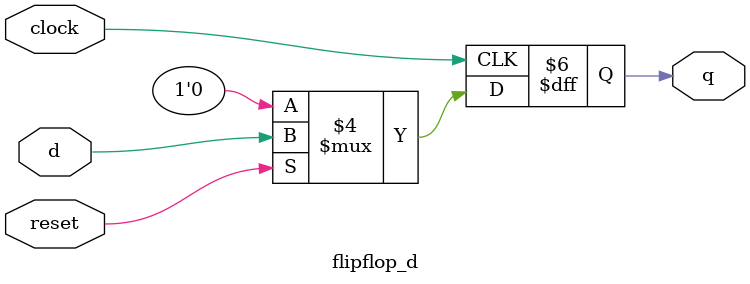
<source format=v>
module flipflop_d (
    output reg q,

    input clock,
    input reset,
    input d
);

    always @(posedge clock) begin
        if (!reset)    q <= 0;
        else           q <= d;
    end

endmodule
</source>
